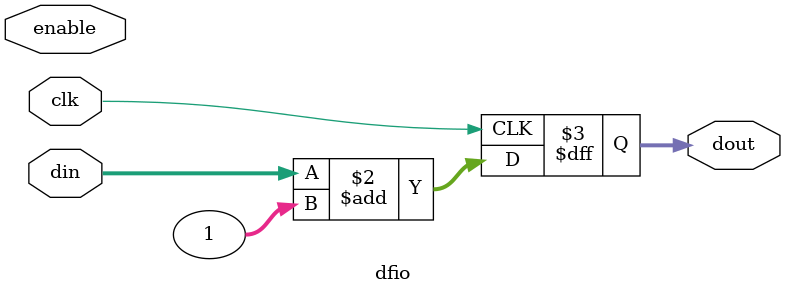
<source format=v>
`timescale 1ns / 1ps
module dfio(
  input wire clk,enable,
  input wire [31:0] din,
  output reg [31:0] dout
);

always @ (posedge clk)
  begin
    dout  <= din + 1;
    
  end

endmodule

</source>
